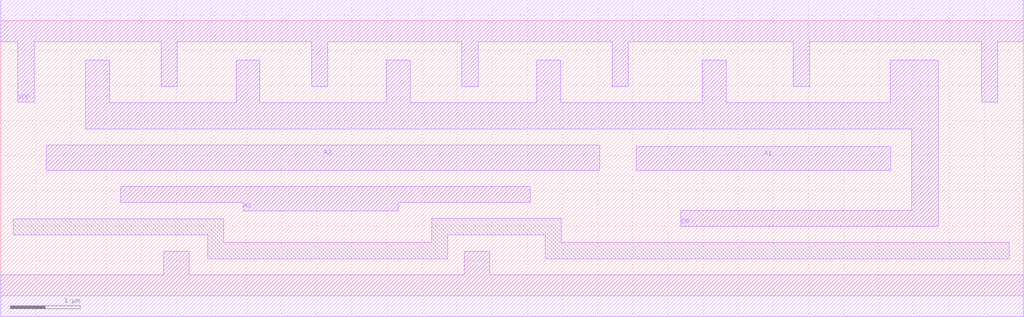
<source format=lef>
# Copyright 2022 GlobalFoundries PDK Authors
#
# Licensed under the Apache License, Version 2.0 (the "License");
# you may not use this file except in compliance with the License.
# You may obtain a copy of the License at
#
#      http://www.apache.org/licenses/LICENSE-2.0
#
# Unless required by applicable law or agreed to in writing, software
# distributed under the License is distributed on an "AS IS" BASIS,
# WITHOUT WARRANTIES OR CONDITIONS OF ANY KIND, either express or implied.
# See the License for the specific language governing permissions and
# limitations under the License.

MACRO gf180mcu_fd_sc_mcu7t5v0__nand3_4
  CLASS core ;
  FOREIGN gf180mcu_fd_sc_mcu7t5v0__nand3_4 0.0 0.0 ;
  ORIGIN 0 0 ;
  SYMMETRY X Y ;
  SITE GF018hv5v_mcu_sc7 ;
  SIZE 14.56 BY 3.92 ;
  PIN A1
    DIRECTION INPUT ;
    ANTENNAGATEAREA 3.938 ;
    PORT
      LAYER METAL1 ;
        POLYGON 9.05 1.79 12.67 1.79 12.67 2.13 9.05 2.13  ;
    END
  END A1
  PIN A2
    DIRECTION INPUT ;
    ANTENNAGATEAREA 3.938 ;
    PORT
      LAYER METAL1 ;
        POLYGON 0.65 1.79 8.53 1.79 8.53 2.15 0.65 2.15  ;
    END
  END A2
  PIN A3
    DIRECTION INPUT ;
    ANTENNAGATEAREA 3.938 ;
    PORT
      LAYER METAL1 ;
        POLYGON 1.71 1.33 3.45 1.33 3.45 1.21 5.66 1.21 5.66 1.33 7.54 1.33 7.54 1.56 1.71 1.56  ;
    END
  END A3
  PIN ZN
    DIRECTION OUTPUT ;
    ANTENNADIFFAREA 5.8014 ;
    PORT
      LAYER METAL1 ;
        POLYGON 1.21 2.38 12.97 2.38 12.97 1.22 9.68 1.22 9.68 0.99 13.35 0.99 13.35 3.36 12.66 3.36 12.66 2.755 10.33 2.755 10.33 3.36 9.99 3.36 9.99 2.755 7.97 2.755 7.97 3.36 7.63 3.36 7.63 2.755 5.83 2.755 5.83 3.36 5.49 3.36 5.49 2.755 3.69 2.755 3.69 3.36 3.35 3.36 3.35 2.755 1.55 2.755 1.55 3.36 1.21 3.36  ;
    END
  END ZN
  PIN VDD
    DIRECTION INOUT ;
    USE power ;
    SHAPE ABUTMENT ;
    PORT
      LAYER METAL1 ;
        POLYGON 0 3.62 0.245 3.62 0.245 2.76 0.475 2.76 0.475 3.62 2.285 3.62 2.285 2.985 2.515 2.985 2.515 3.62 4.425 3.62 4.425 2.985 4.655 2.985 4.655 3.62 6.565 3.62 6.565 2.985 6.795 2.985 6.795 3.62 8.705 3.62 8.705 2.985 8.935 2.985 8.935 3.62 11.285 3.62 11.285 2.985 11.515 2.985 11.515 3.62 13.965 3.62 13.965 2.76 14.195 2.76 14.195 3.62 14.36 3.62 14.56 3.62 14.56 4.22 14.36 4.22 0 4.22  ;
    END
  END VDD
  PIN VSS
    DIRECTION INOUT ;
    USE ground ;
    SHAPE ABUTMENT ;
    PORT
      LAYER METAL1 ;
        POLYGON 0 -0.3 14.56 -0.3 14.56 0.3 6.96 0.3 6.96 0.635 6.6 0.635 6.6 0.3 2.68 0.3 2.68 0.635 2.32 0.635 2.32 0.3 0 0.3  ;
    END
  END VSS
  OBS
      LAYER METAL1 ;
        POLYGON 0.18 0.865 2.945 0.865 2.945 0.53 6.365 0.53 6.365 0.865 7.75 0.865 7.75 0.53 14.36 0.53 14.36 0.76 7.98 0.76 7.98 1.1 6.135 1.1 6.135 0.76 3.175 0.76 3.175 1.095 0.18 1.095  ;
  END
END gf180mcu_fd_sc_mcu7t5v0__nand3_4

</source>
